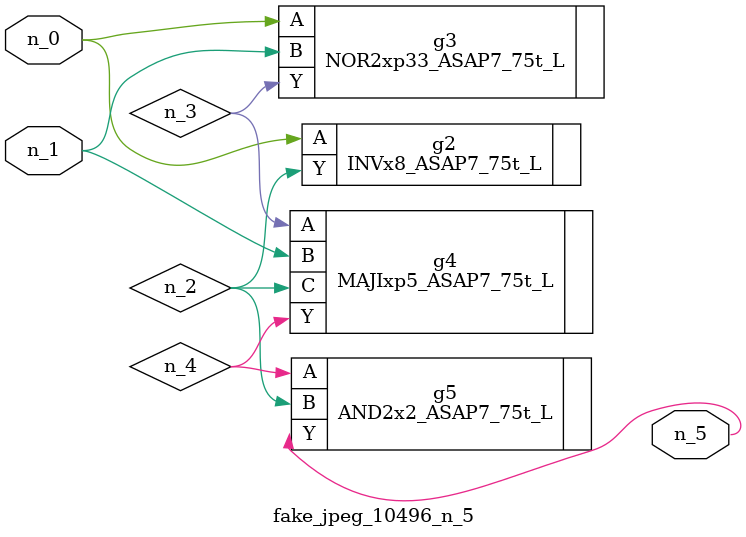
<source format=v>
module fake_jpeg_10496_n_5 (n_0, n_1, n_5);

input n_0;
input n_1;

output n_5;

wire n_2;
wire n_3;
wire n_4;

INVx8_ASAP7_75t_L g2 ( 
.A(n_0),
.Y(n_2)
);

NOR2xp33_ASAP7_75t_L g3 ( 
.A(n_0),
.B(n_1),
.Y(n_3)
);

MAJIxp5_ASAP7_75t_L g4 ( 
.A(n_3),
.B(n_1),
.C(n_2),
.Y(n_4)
);

AND2x2_ASAP7_75t_L g5 ( 
.A(n_4),
.B(n_2),
.Y(n_5)
);


endmodule
</source>
